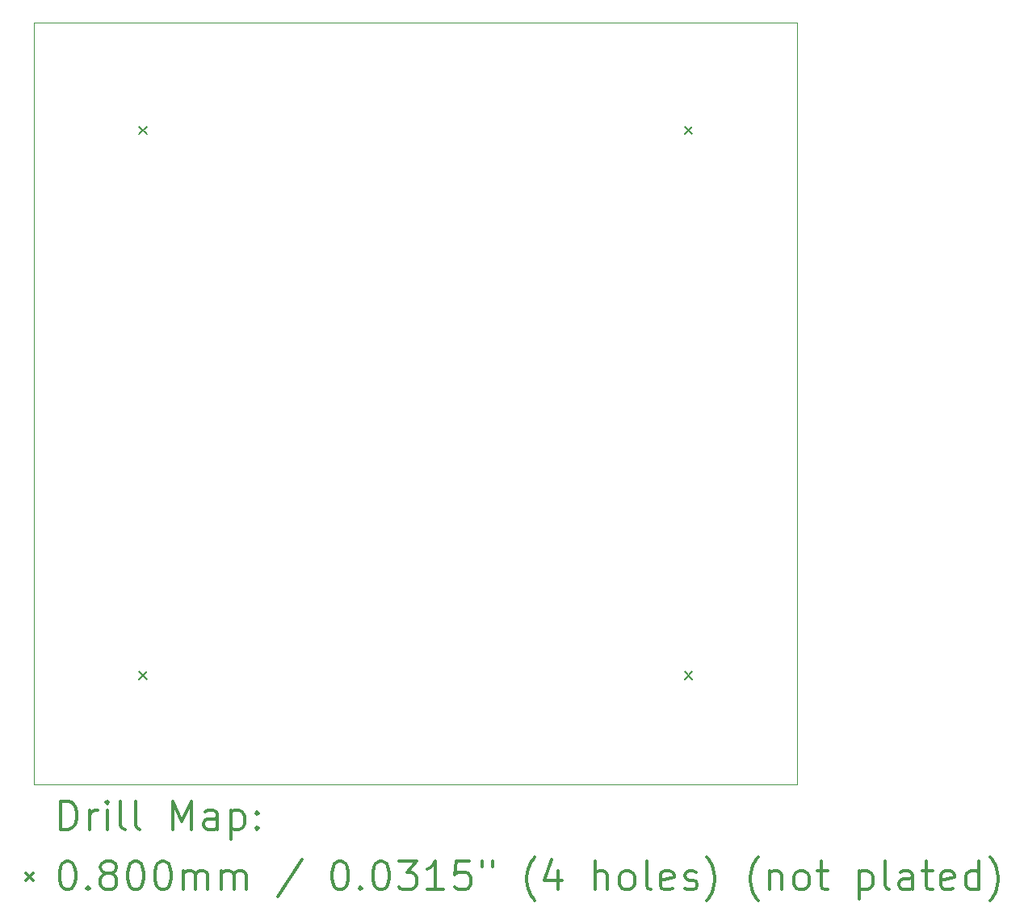
<source format=gbr>
%FSLAX45Y45*%
G04 Gerber Fmt 4.5, Leading zero omitted, Abs format (unit mm)*
G04 Created by KiCad (PCBNEW 5.1.10-88a1d61d58~88~ubuntu18.04.1) date 2021-09-30 10:19:48*
%MOMM*%
%LPD*%
G01*
G04 APERTURE LIST*
%TA.AperFunction,Profile*%
%ADD10C,0.100000*%
%TD*%
%ADD11C,0.200000*%
%ADD12C,0.300000*%
G04 APERTURE END LIST*
D10*
X10616200Y-5257800D02*
X10616200Y-13257800D01*
X2616200Y-5257800D02*
X10616200Y-5257800D01*
X2616200Y-13257800D02*
X2616200Y-5257800D01*
X10616200Y-13257800D02*
X2616200Y-13257800D01*
D11*
X3719200Y-6352600D02*
X3799200Y-6432600D01*
X3799200Y-6352600D02*
X3719200Y-6432600D01*
X3719200Y-12069600D02*
X3799200Y-12149600D01*
X3799200Y-12069600D02*
X3719200Y-12149600D01*
X9436200Y-6352600D02*
X9516200Y-6432600D01*
X9516200Y-6352600D02*
X9436200Y-6432600D01*
X9436200Y-12069600D02*
X9516200Y-12149600D01*
X9516200Y-12069600D02*
X9436200Y-12149600D01*
D12*
X2897628Y-13728514D02*
X2897628Y-13428514D01*
X2969057Y-13428514D01*
X3011914Y-13442800D01*
X3040486Y-13471371D01*
X3054771Y-13499943D01*
X3069057Y-13557086D01*
X3069057Y-13599943D01*
X3054771Y-13657086D01*
X3040486Y-13685657D01*
X3011914Y-13714229D01*
X2969057Y-13728514D01*
X2897628Y-13728514D01*
X3197628Y-13728514D02*
X3197628Y-13528514D01*
X3197628Y-13585657D02*
X3211914Y-13557086D01*
X3226200Y-13542800D01*
X3254771Y-13528514D01*
X3283343Y-13528514D01*
X3383343Y-13728514D02*
X3383343Y-13528514D01*
X3383343Y-13428514D02*
X3369057Y-13442800D01*
X3383343Y-13457086D01*
X3397628Y-13442800D01*
X3383343Y-13428514D01*
X3383343Y-13457086D01*
X3569057Y-13728514D02*
X3540486Y-13714229D01*
X3526200Y-13685657D01*
X3526200Y-13428514D01*
X3726200Y-13728514D02*
X3697628Y-13714229D01*
X3683343Y-13685657D01*
X3683343Y-13428514D01*
X4069057Y-13728514D02*
X4069057Y-13428514D01*
X4169057Y-13642800D01*
X4269057Y-13428514D01*
X4269057Y-13728514D01*
X4540486Y-13728514D02*
X4540486Y-13571371D01*
X4526200Y-13542800D01*
X4497628Y-13528514D01*
X4440486Y-13528514D01*
X4411914Y-13542800D01*
X4540486Y-13714229D02*
X4511914Y-13728514D01*
X4440486Y-13728514D01*
X4411914Y-13714229D01*
X4397628Y-13685657D01*
X4397628Y-13657086D01*
X4411914Y-13628514D01*
X4440486Y-13614229D01*
X4511914Y-13614229D01*
X4540486Y-13599943D01*
X4683343Y-13528514D02*
X4683343Y-13828514D01*
X4683343Y-13542800D02*
X4711914Y-13528514D01*
X4769057Y-13528514D01*
X4797628Y-13542800D01*
X4811914Y-13557086D01*
X4826200Y-13585657D01*
X4826200Y-13671371D01*
X4811914Y-13699943D01*
X4797628Y-13714229D01*
X4769057Y-13728514D01*
X4711914Y-13728514D01*
X4683343Y-13714229D01*
X4954771Y-13699943D02*
X4969057Y-13714229D01*
X4954771Y-13728514D01*
X4940486Y-13714229D01*
X4954771Y-13699943D01*
X4954771Y-13728514D01*
X4954771Y-13542800D02*
X4969057Y-13557086D01*
X4954771Y-13571371D01*
X4940486Y-13557086D01*
X4954771Y-13542800D01*
X4954771Y-13571371D01*
X2531200Y-14182800D02*
X2611200Y-14262800D01*
X2611200Y-14182800D02*
X2531200Y-14262800D01*
X2954771Y-14058514D02*
X2983343Y-14058514D01*
X3011914Y-14072800D01*
X3026200Y-14087086D01*
X3040486Y-14115657D01*
X3054771Y-14172800D01*
X3054771Y-14244229D01*
X3040486Y-14301371D01*
X3026200Y-14329943D01*
X3011914Y-14344229D01*
X2983343Y-14358514D01*
X2954771Y-14358514D01*
X2926200Y-14344229D01*
X2911914Y-14329943D01*
X2897628Y-14301371D01*
X2883343Y-14244229D01*
X2883343Y-14172800D01*
X2897628Y-14115657D01*
X2911914Y-14087086D01*
X2926200Y-14072800D01*
X2954771Y-14058514D01*
X3183343Y-14329943D02*
X3197628Y-14344229D01*
X3183343Y-14358514D01*
X3169057Y-14344229D01*
X3183343Y-14329943D01*
X3183343Y-14358514D01*
X3369057Y-14187086D02*
X3340486Y-14172800D01*
X3326200Y-14158514D01*
X3311914Y-14129943D01*
X3311914Y-14115657D01*
X3326200Y-14087086D01*
X3340486Y-14072800D01*
X3369057Y-14058514D01*
X3426200Y-14058514D01*
X3454771Y-14072800D01*
X3469057Y-14087086D01*
X3483343Y-14115657D01*
X3483343Y-14129943D01*
X3469057Y-14158514D01*
X3454771Y-14172800D01*
X3426200Y-14187086D01*
X3369057Y-14187086D01*
X3340486Y-14201371D01*
X3326200Y-14215657D01*
X3311914Y-14244229D01*
X3311914Y-14301371D01*
X3326200Y-14329943D01*
X3340486Y-14344229D01*
X3369057Y-14358514D01*
X3426200Y-14358514D01*
X3454771Y-14344229D01*
X3469057Y-14329943D01*
X3483343Y-14301371D01*
X3483343Y-14244229D01*
X3469057Y-14215657D01*
X3454771Y-14201371D01*
X3426200Y-14187086D01*
X3669057Y-14058514D02*
X3697628Y-14058514D01*
X3726200Y-14072800D01*
X3740486Y-14087086D01*
X3754771Y-14115657D01*
X3769057Y-14172800D01*
X3769057Y-14244229D01*
X3754771Y-14301371D01*
X3740486Y-14329943D01*
X3726200Y-14344229D01*
X3697628Y-14358514D01*
X3669057Y-14358514D01*
X3640486Y-14344229D01*
X3626200Y-14329943D01*
X3611914Y-14301371D01*
X3597628Y-14244229D01*
X3597628Y-14172800D01*
X3611914Y-14115657D01*
X3626200Y-14087086D01*
X3640486Y-14072800D01*
X3669057Y-14058514D01*
X3954771Y-14058514D02*
X3983343Y-14058514D01*
X4011914Y-14072800D01*
X4026200Y-14087086D01*
X4040486Y-14115657D01*
X4054771Y-14172800D01*
X4054771Y-14244229D01*
X4040486Y-14301371D01*
X4026200Y-14329943D01*
X4011914Y-14344229D01*
X3983343Y-14358514D01*
X3954771Y-14358514D01*
X3926200Y-14344229D01*
X3911914Y-14329943D01*
X3897628Y-14301371D01*
X3883343Y-14244229D01*
X3883343Y-14172800D01*
X3897628Y-14115657D01*
X3911914Y-14087086D01*
X3926200Y-14072800D01*
X3954771Y-14058514D01*
X4183343Y-14358514D02*
X4183343Y-14158514D01*
X4183343Y-14187086D02*
X4197628Y-14172800D01*
X4226200Y-14158514D01*
X4269057Y-14158514D01*
X4297628Y-14172800D01*
X4311914Y-14201371D01*
X4311914Y-14358514D01*
X4311914Y-14201371D02*
X4326200Y-14172800D01*
X4354771Y-14158514D01*
X4397628Y-14158514D01*
X4426200Y-14172800D01*
X4440486Y-14201371D01*
X4440486Y-14358514D01*
X4583343Y-14358514D02*
X4583343Y-14158514D01*
X4583343Y-14187086D02*
X4597628Y-14172800D01*
X4626200Y-14158514D01*
X4669057Y-14158514D01*
X4697628Y-14172800D01*
X4711914Y-14201371D01*
X4711914Y-14358514D01*
X4711914Y-14201371D02*
X4726200Y-14172800D01*
X4754771Y-14158514D01*
X4797628Y-14158514D01*
X4826200Y-14172800D01*
X4840486Y-14201371D01*
X4840486Y-14358514D01*
X5426200Y-14044229D02*
X5169057Y-14429943D01*
X5811914Y-14058514D02*
X5840486Y-14058514D01*
X5869057Y-14072800D01*
X5883343Y-14087086D01*
X5897628Y-14115657D01*
X5911914Y-14172800D01*
X5911914Y-14244229D01*
X5897628Y-14301371D01*
X5883343Y-14329943D01*
X5869057Y-14344229D01*
X5840486Y-14358514D01*
X5811914Y-14358514D01*
X5783343Y-14344229D01*
X5769057Y-14329943D01*
X5754771Y-14301371D01*
X5740486Y-14244229D01*
X5740486Y-14172800D01*
X5754771Y-14115657D01*
X5769057Y-14087086D01*
X5783343Y-14072800D01*
X5811914Y-14058514D01*
X6040486Y-14329943D02*
X6054771Y-14344229D01*
X6040486Y-14358514D01*
X6026200Y-14344229D01*
X6040486Y-14329943D01*
X6040486Y-14358514D01*
X6240486Y-14058514D02*
X6269057Y-14058514D01*
X6297628Y-14072800D01*
X6311914Y-14087086D01*
X6326200Y-14115657D01*
X6340486Y-14172800D01*
X6340486Y-14244229D01*
X6326200Y-14301371D01*
X6311914Y-14329943D01*
X6297628Y-14344229D01*
X6269057Y-14358514D01*
X6240486Y-14358514D01*
X6211914Y-14344229D01*
X6197628Y-14329943D01*
X6183343Y-14301371D01*
X6169057Y-14244229D01*
X6169057Y-14172800D01*
X6183343Y-14115657D01*
X6197628Y-14087086D01*
X6211914Y-14072800D01*
X6240486Y-14058514D01*
X6440486Y-14058514D02*
X6626200Y-14058514D01*
X6526200Y-14172800D01*
X6569057Y-14172800D01*
X6597628Y-14187086D01*
X6611914Y-14201371D01*
X6626200Y-14229943D01*
X6626200Y-14301371D01*
X6611914Y-14329943D01*
X6597628Y-14344229D01*
X6569057Y-14358514D01*
X6483343Y-14358514D01*
X6454771Y-14344229D01*
X6440486Y-14329943D01*
X6911914Y-14358514D02*
X6740486Y-14358514D01*
X6826200Y-14358514D02*
X6826200Y-14058514D01*
X6797628Y-14101371D01*
X6769057Y-14129943D01*
X6740486Y-14144229D01*
X7183343Y-14058514D02*
X7040486Y-14058514D01*
X7026200Y-14201371D01*
X7040486Y-14187086D01*
X7069057Y-14172800D01*
X7140486Y-14172800D01*
X7169057Y-14187086D01*
X7183343Y-14201371D01*
X7197628Y-14229943D01*
X7197628Y-14301371D01*
X7183343Y-14329943D01*
X7169057Y-14344229D01*
X7140486Y-14358514D01*
X7069057Y-14358514D01*
X7040486Y-14344229D01*
X7026200Y-14329943D01*
X7311914Y-14058514D02*
X7311914Y-14115657D01*
X7426200Y-14058514D02*
X7426200Y-14115657D01*
X7869057Y-14472800D02*
X7854771Y-14458514D01*
X7826200Y-14415657D01*
X7811914Y-14387086D01*
X7797628Y-14344229D01*
X7783343Y-14272800D01*
X7783343Y-14215657D01*
X7797628Y-14144229D01*
X7811914Y-14101371D01*
X7826200Y-14072800D01*
X7854771Y-14029943D01*
X7869057Y-14015657D01*
X8111914Y-14158514D02*
X8111914Y-14358514D01*
X8040486Y-14044229D02*
X7969057Y-14258514D01*
X8154771Y-14258514D01*
X8497628Y-14358514D02*
X8497628Y-14058514D01*
X8626200Y-14358514D02*
X8626200Y-14201371D01*
X8611914Y-14172800D01*
X8583343Y-14158514D01*
X8540486Y-14158514D01*
X8511914Y-14172800D01*
X8497628Y-14187086D01*
X8811914Y-14358514D02*
X8783343Y-14344229D01*
X8769057Y-14329943D01*
X8754771Y-14301371D01*
X8754771Y-14215657D01*
X8769057Y-14187086D01*
X8783343Y-14172800D01*
X8811914Y-14158514D01*
X8854771Y-14158514D01*
X8883343Y-14172800D01*
X8897628Y-14187086D01*
X8911914Y-14215657D01*
X8911914Y-14301371D01*
X8897628Y-14329943D01*
X8883343Y-14344229D01*
X8854771Y-14358514D01*
X8811914Y-14358514D01*
X9083343Y-14358514D02*
X9054771Y-14344229D01*
X9040486Y-14315657D01*
X9040486Y-14058514D01*
X9311914Y-14344229D02*
X9283343Y-14358514D01*
X9226200Y-14358514D01*
X9197628Y-14344229D01*
X9183343Y-14315657D01*
X9183343Y-14201371D01*
X9197628Y-14172800D01*
X9226200Y-14158514D01*
X9283343Y-14158514D01*
X9311914Y-14172800D01*
X9326200Y-14201371D01*
X9326200Y-14229943D01*
X9183343Y-14258514D01*
X9440486Y-14344229D02*
X9469057Y-14358514D01*
X9526200Y-14358514D01*
X9554771Y-14344229D01*
X9569057Y-14315657D01*
X9569057Y-14301371D01*
X9554771Y-14272800D01*
X9526200Y-14258514D01*
X9483343Y-14258514D01*
X9454771Y-14244229D01*
X9440486Y-14215657D01*
X9440486Y-14201371D01*
X9454771Y-14172800D01*
X9483343Y-14158514D01*
X9526200Y-14158514D01*
X9554771Y-14172800D01*
X9669057Y-14472800D02*
X9683343Y-14458514D01*
X9711914Y-14415657D01*
X9726200Y-14387086D01*
X9740486Y-14344229D01*
X9754771Y-14272800D01*
X9754771Y-14215657D01*
X9740486Y-14144229D01*
X9726200Y-14101371D01*
X9711914Y-14072800D01*
X9683343Y-14029943D01*
X9669057Y-14015657D01*
X10211914Y-14472800D02*
X10197628Y-14458514D01*
X10169057Y-14415657D01*
X10154771Y-14387086D01*
X10140486Y-14344229D01*
X10126200Y-14272800D01*
X10126200Y-14215657D01*
X10140486Y-14144229D01*
X10154771Y-14101371D01*
X10169057Y-14072800D01*
X10197628Y-14029943D01*
X10211914Y-14015657D01*
X10326200Y-14158514D02*
X10326200Y-14358514D01*
X10326200Y-14187086D02*
X10340486Y-14172800D01*
X10369057Y-14158514D01*
X10411914Y-14158514D01*
X10440486Y-14172800D01*
X10454771Y-14201371D01*
X10454771Y-14358514D01*
X10640486Y-14358514D02*
X10611914Y-14344229D01*
X10597628Y-14329943D01*
X10583343Y-14301371D01*
X10583343Y-14215657D01*
X10597628Y-14187086D01*
X10611914Y-14172800D01*
X10640486Y-14158514D01*
X10683343Y-14158514D01*
X10711914Y-14172800D01*
X10726200Y-14187086D01*
X10740486Y-14215657D01*
X10740486Y-14301371D01*
X10726200Y-14329943D01*
X10711914Y-14344229D01*
X10683343Y-14358514D01*
X10640486Y-14358514D01*
X10826200Y-14158514D02*
X10940486Y-14158514D01*
X10869057Y-14058514D02*
X10869057Y-14315657D01*
X10883343Y-14344229D01*
X10911914Y-14358514D01*
X10940486Y-14358514D01*
X11269057Y-14158514D02*
X11269057Y-14458514D01*
X11269057Y-14172800D02*
X11297628Y-14158514D01*
X11354771Y-14158514D01*
X11383343Y-14172800D01*
X11397628Y-14187086D01*
X11411914Y-14215657D01*
X11411914Y-14301371D01*
X11397628Y-14329943D01*
X11383343Y-14344229D01*
X11354771Y-14358514D01*
X11297628Y-14358514D01*
X11269057Y-14344229D01*
X11583343Y-14358514D02*
X11554771Y-14344229D01*
X11540486Y-14315657D01*
X11540486Y-14058514D01*
X11826200Y-14358514D02*
X11826200Y-14201371D01*
X11811914Y-14172800D01*
X11783343Y-14158514D01*
X11726200Y-14158514D01*
X11697628Y-14172800D01*
X11826200Y-14344229D02*
X11797628Y-14358514D01*
X11726200Y-14358514D01*
X11697628Y-14344229D01*
X11683343Y-14315657D01*
X11683343Y-14287086D01*
X11697628Y-14258514D01*
X11726200Y-14244229D01*
X11797628Y-14244229D01*
X11826200Y-14229943D01*
X11926200Y-14158514D02*
X12040486Y-14158514D01*
X11969057Y-14058514D02*
X11969057Y-14315657D01*
X11983343Y-14344229D01*
X12011914Y-14358514D01*
X12040486Y-14358514D01*
X12254771Y-14344229D02*
X12226200Y-14358514D01*
X12169057Y-14358514D01*
X12140486Y-14344229D01*
X12126200Y-14315657D01*
X12126200Y-14201371D01*
X12140486Y-14172800D01*
X12169057Y-14158514D01*
X12226200Y-14158514D01*
X12254771Y-14172800D01*
X12269057Y-14201371D01*
X12269057Y-14229943D01*
X12126200Y-14258514D01*
X12526200Y-14358514D02*
X12526200Y-14058514D01*
X12526200Y-14344229D02*
X12497628Y-14358514D01*
X12440486Y-14358514D01*
X12411914Y-14344229D01*
X12397628Y-14329943D01*
X12383343Y-14301371D01*
X12383343Y-14215657D01*
X12397628Y-14187086D01*
X12411914Y-14172800D01*
X12440486Y-14158514D01*
X12497628Y-14158514D01*
X12526200Y-14172800D01*
X12640486Y-14472800D02*
X12654771Y-14458514D01*
X12683343Y-14415657D01*
X12697628Y-14387086D01*
X12711914Y-14344229D01*
X12726200Y-14272800D01*
X12726200Y-14215657D01*
X12711914Y-14144229D01*
X12697628Y-14101371D01*
X12683343Y-14072800D01*
X12654771Y-14029943D01*
X12640486Y-14015657D01*
M02*

</source>
